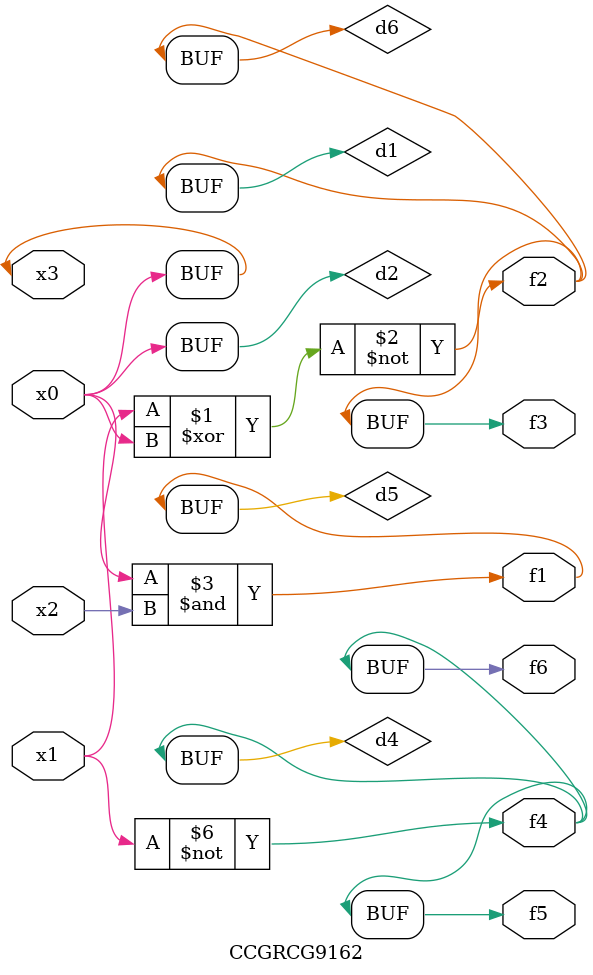
<source format=v>
module CCGRCG9162(
	input x0, x1, x2, x3,
	output f1, f2, f3, f4, f5, f6
);

	wire d1, d2, d3, d4, d5, d6;

	xnor (d1, x1, x3);
	buf (d2, x0, x3);
	nand (d3, x0, x2);
	not (d4, x1);
	nand (d5, d3);
	or (d6, d1);
	assign f1 = d5;
	assign f2 = d6;
	assign f3 = d6;
	assign f4 = d4;
	assign f5 = d4;
	assign f6 = d4;
endmodule

</source>
